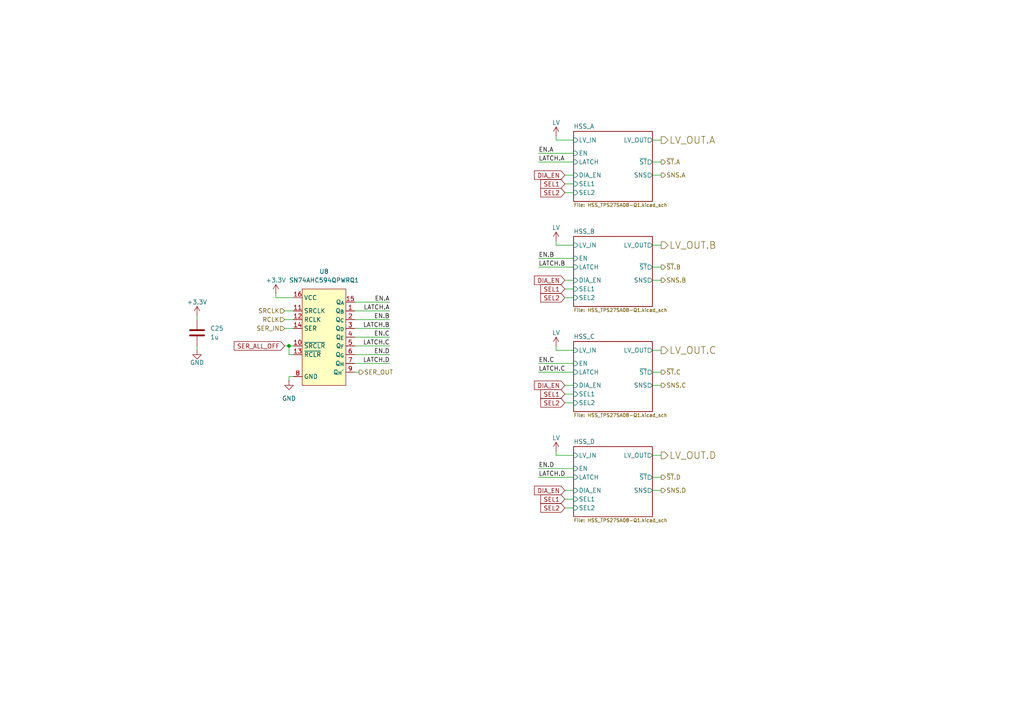
<source format=kicad_sch>
(kicad_sch (version 20250114) (generator "eeschema") (generator_version "9.0")
  (paper "A4")
  (lib_symbols
    (symbol "PowerDistributionUnitCapacitorLib:1u" (pin_numbers (hide yes)) (pin_names (offset 0.254))
      (property "Reference" "C" (at 0.635 2.54 0))
      (property "Value" "1u" (at 0.635 -2.54 0))
      (symbol "1u_0_1"
        (polyline (pts (xy -2.032 0.762) (xy 2.032 0.762)) (stroke (width 0.508)))
        (polyline (pts (xy -2.032 -0.762) (xy 2.032 -0.762)) (stroke (width 0.508)))
      )
      (symbol "1u_1_1"
        (pin passive line (at 0 3.81 270) (length 2.794) (name "~") (number "1"))
        (pin passive line (at 0 -3.81 90) (length 2.794) (name "~") (number "2"))
      )
    )
    (symbol "PowerDistributionUnitLib:SN74AHC594QPWRQ1"
      (property "Reference" "U" (at 0 18.288 0))
      (property "Value" "SN74AHC594QPWRQ1" (at 0 15.748 0))
      (symbol "SN74AHC594QPWRQ1_1_0"
        (pin power_in line (at -8.89 11.43 0) (length 2.54) (name "VCC") (number "16"))
        (pin input line (at -8.89 7.62 0) (length 2.54) (name "SRCLK") (number "11"))
        (pin input line (at -8.89 5.08 0) (length 2.54) (name "RCLK") (number "12"))
        (pin input line (at -8.89 2.54 0) (length 2.54) (name "SER") (number "14"))
        (pin input line (at -8.89 -2.54 0) (length 2.54) (name "~{SRCLR}") (number "10"))
        (pin input line (at -8.89 -5.08 0) (length 2.54) (name "~{RCLR}") (number "13"))
        (pin passive line (at -8.89 -11.43 0) (length 2.54) (name "GND") (number "8"))
        (pin output line (at 8.89 10.16 180) (length 2.54) (name "Q_{A}") (number "15"))
        (pin output line (at 8.89 7.62 180) (length 2.54) (name "Q_{B}") (number "1"))
        (pin output line (at 8.89 5.08 180) (length 2.54) (name "Q_{C}") (number "2"))
        (pin output line (at 8.89 2.54 180) (length 2.54) (name "Q_{D}") (number "3"))
        (pin output line (at 8.89 0 180) (length 2.54) (name "Q_{E}") (number "4"))
        (pin output line (at 8.89 -2.54 180) (length 2.54) (name "Q_{F}") (number "5"))
        (pin output line (at 8.89 -5.08 180) (length 2.54) (name "Q_{G}") (number "6"))
        (pin output line (at 8.89 -7.62 180) (length 2.54) (name "Q_{H}") (number "7"))
        (pin output line (at 8.89 -10.16 180) (length 2.54) (name "Q_{H}'") (number "9"))
      )
      (symbol "SN74AHC594QPWRQ1_1_1"
        (rectangle (start -6.35 13.97) (end 6.35 -13.97) (fill (type background)))
      )
    )
    (symbol "power:+24V" (power) (pin_numbers (hide yes)) (pin_names (offset 0) (hide yes))
      (property "Value" "+24V" (at 0 3.556 0))
      (symbol "+24V_0_1"
        (polyline (pts (xy -0.762 1.27) (xy 0 2.54)))
        (polyline (pts (xy 0 2.54) (xy 0.762 1.27)))
        (polyline (pts (xy 0 0) (xy 0 2.54)))
      )
      (symbol "+24V_1_1"
        (pin power_in line (at 0 0 90) (length 0) (name "~") (number "1"))
      )
    )
    (symbol "power:+3.3V" (power) (pin_numbers (hide yes)) (pin_names (offset 0) (hide yes))
      (property "Value" "+3.3V" (at 0 3.556 0))
      (symbol "+3.3V_0_1"
        (polyline (pts (xy -0.762 1.27) (xy 0 2.54)))
        (polyline (pts (xy 0 2.54) (xy 0.762 1.27)))
        (polyline (pts (xy 0 0) (xy 0 2.54)))
      )
      (symbol "+3.3V_1_1"
        (pin power_in line (at 0 0 90) (length 0) (name "~") (number "1"))
      )
    )
    (symbol "power:GND" (power) (pin_numbers (hide yes)) (pin_names (offset 0) (hide yes))
      (property "Value" "GND" (at 0 -3.81 0))
      (symbol "GND_0_1"
        (polyline (pts (xy 0 0) (xy 0 -1.27) (xy 1.27 -1.27) (xy 0 -2.54) (xy -1.27 -1.27) (xy 0 -1.27)))
      )
      (symbol "GND_1_1"
        (pin power_in line (at 0 0 270) (length 0) (name "~") (number "1"))
      )
    )
  )
  (junction (at 83.82 100.33))
  (wire (pts (xy 189.23 107.95) (xy 191.77 107.95)))
  (wire (pts (xy 156.21 135.89) (xy 166.37 135.89)))
  (wire (pts (xy 80.01 85.09) (xy 80.01 86.36)))
  (wire (pts (xy 189.23 46.99) (xy 191.77 46.99)))
  (wire (pts (xy 163.83 81.28) (xy 166.37 81.28)))
  (wire (pts (xy 156.21 138.43) (xy 166.37 138.43)))
  (wire (pts (xy 189.23 111.76) (xy 191.77 111.76)))
  (wire (pts (xy 163.83 116.84) (xy 166.37 116.84)))
  (wire (pts (xy 161.29 130.81) (xy 161.29 132.08)))
  (wire (pts (xy 163.83 142.24) (xy 166.37 142.24)))
  (wire (pts (xy 161.29 71.12) (xy 166.37 71.12)))
  (wire (pts (xy 189.23 138.43) (xy 191.77 138.43)))
  (wire (pts (xy 163.83 55.88) (xy 166.37 55.88)))
  (wire (pts (xy 82.55 90.17) (xy 85.09 90.17)))
  (wire (pts (xy 189.23 77.47) (xy 191.77 77.47)))
  (wire (pts (xy 57.15 91.44) (xy 57.15 92.71)))
  (wire (pts (xy 82.55 92.71) (xy 85.09 92.71)))
  (wire (pts (xy 189.23 132.08) (xy 191.77 132.08)))
  (wire (pts (xy 161.29 100.33) (xy 161.29 101.6)))
  (wire (pts (xy 113.03 92.71) (xy 102.87 92.71)))
  (wire (pts (xy 82.55 100.33) (xy 83.82 100.33)))
  (wire (pts (xy 161.29 69.85) (xy 161.29 71.12)))
  (wire (pts (xy 85.09 102.87) (xy 83.82 102.87)))
  (wire (pts (xy 161.29 132.08) (xy 166.37 132.08)))
  (wire (pts (xy 156.21 107.95) (xy 166.37 107.95)))
  (wire (pts (xy 113.03 90.17) (xy 102.87 90.17)))
  (wire (pts (xy 102.87 107.95) (xy 104.14 107.95)))
  (wire (pts (xy 82.55 95.25) (xy 85.09 95.25)))
  (wire (pts (xy 163.83 53.34) (xy 166.37 53.34)))
  (wire (pts (xy 189.23 40.64) (xy 191.77 40.64)))
  (wire (pts (xy 113.03 102.87) (xy 102.87 102.87)))
  (wire (pts (xy 83.82 102.87) (xy 83.82 100.33)))
  (wire (pts (xy 57.15 100.33) (xy 57.15 101.6)))
  (wire (pts (xy 83.82 100.33) (xy 85.09 100.33)))
  (wire (pts (xy 163.83 83.82) (xy 166.37 83.82)))
  (wire (pts (xy 113.03 100.33) (xy 102.87 100.33)))
  (wire (pts (xy 156.21 74.93) (xy 166.37 74.93)))
  (wire (pts (xy 189.23 101.6) (xy 191.77 101.6)))
  (wire (pts (xy 161.29 40.64) (xy 166.37 40.64)))
  (wire (pts (xy 163.83 50.8) (xy 166.37 50.8)))
  (wire (pts (xy 161.29 101.6) (xy 166.37 101.6)))
  (wire (pts (xy 189.23 142.24) (xy 191.77 142.24)))
  (wire (pts (xy 189.23 71.12) (xy 191.77 71.12)))
  (wire (pts (xy 156.21 77.47) (xy 166.37 77.47)))
  (wire (pts (xy 83.82 110.49) (xy 83.82 109.22)))
  (wire (pts (xy 113.03 105.41) (xy 102.87 105.41)))
  (wire (pts (xy 163.83 147.32) (xy 166.37 147.32)))
  (wire (pts (xy 163.83 111.76) (xy 166.37 111.76)))
  (wire (pts (xy 163.83 86.36) (xy 166.37 86.36)))
  (wire (pts (xy 80.01 86.36) (xy 85.09 86.36)))
  (wire (pts (xy 161.29 39.37) (xy 161.29 40.64)))
  (wire (pts (xy 189.23 50.8) (xy 191.77 50.8)))
  (wire (pts (xy 163.83 144.78) (xy 166.37 144.78)))
  (wire (pts (xy 156.21 44.45) (xy 166.37 44.45)))
  (wire (pts (xy 83.82 109.22) (xy 85.09 109.22)))
  (wire (pts (xy 113.03 87.63) (xy 102.87 87.63)))
  (wire (pts (xy 113.03 97.79) (xy 102.87 97.79)))
  (wire (pts (xy 189.23 81.28) (xy 191.77 81.28)))
  (wire (pts (xy 156.21 46.99) (xy 166.37 46.99)))
  (wire (pts (xy 113.03 95.25) (xy 102.87 95.25)))
  (wire (pts (xy 163.83 114.3) (xy 166.37 114.3)))
  (wire (pts (xy 156.21 105.41) (xy 166.37 105.41)))
  (label "LATCH.C" (at 156.21 107.95 0))
  (label "LATCH.B" (at 156.21 77.47 0))
  (label "LATCH.C" (at 113.03 100.33 180))
  (label "EN.D" (at 113.03 102.87 180))
  (label "LATCH.D" (at 156.21 138.43 0))
  (label "EN.B" (at 156.21 74.93 0))
  (label "LATCH.B" (at 113.03 95.25 180))
  (label "EN.D" (at 156.21 135.89 0))
  (label "LATCH.A" (at 113.03 90.17 180))
  (label "EN.C" (at 156.21 105.41 0))
  (label "EN.B" (at 113.03 92.71 180))
  (label "LATCH.D" (at 113.03 105.41 180))
  (label "EN.A" (at 113.03 87.63 180))
  (label "LATCH.A" (at 156.21 46.99 0))
  (label "EN.A" (at 156.21 44.45 0))
  (label "EN.C" (at 113.03 97.79 180))
  (global_label "SEL1" (shape input) (at 163.83 114.3 180) (property "Intersheetrefs" "${INTERSHEET_REFS}" (effects (hide yes))))
  (global_label "SEL1" (shape input) (at 163.83 83.82 180) (property "Intersheetrefs" "${INTERSHEET_REFS}" (effects (hide yes))))
  (global_label "SEL1" (shape input) (at 163.83 144.78 180) (property "Intersheetrefs" "${INTERSHEET_REFS}" (effects (hide yes))))
  (global_label "SEL2" (shape input) (at 163.83 86.36 180) (property "Intersheetrefs" "${INTERSHEET_REFS}" (effects (hide yes))))
  (global_label "SEL2" (shape input) (at 163.83 116.84 180) (property "Intersheetrefs" "${INTERSHEET_REFS}" (effects (hide yes))))
  (global_label "SEL2" (shape input) (at 163.83 147.32 180) (property "Intersheetrefs" "${INTERSHEET_REFS}" (effects (hide yes))))
  (global_label "DIA_EN" (shape input) (at 163.83 111.76 180) (property "Intersheetrefs" "${INTERSHEET_REFS}" (effects (hide yes))))
  (global_label "SEL1" (shape input) (at 163.83 53.34 180) (property "Intersheetrefs" "${INTERSHEET_REFS}" (effects (hide yes))))
  (global_label "DIA_EN" (shape input) (at 163.83 50.8 180) (property "Intersheetrefs" "${INTERSHEET_REFS}" (effects (hide yes))))
  (global_label "SER_ALL_OFF" (shape input) (at 82.55 100.33 180) (property "Intersheetrefs" "${INTERSHEET_REFS}" (effects (hide yes))))
  (global_label "DIA_EN" (shape input) (at 163.83 81.28 180) (property "Intersheetrefs" "${INTERSHEET_REFS}" (effects (hide yes))))
  (global_label "SEL2" (shape input) (at 163.83 55.88 180) (property "Intersheetrefs" "${INTERSHEET_REFS}" (effects (hide yes))))
  (global_label "DIA_EN" (shape input) (at 163.83 142.24 180) (property "Intersheetrefs" "${INTERSHEET_REFS}" (effects (hide yes))))
  (hierarchical_label "SNS.B" (shape output) (at 191.77 81.28 0))
  (hierarchical_label "LV_OUT.A" (shape output) (at 191.77 40.64 0) (effects (font (size 2 2))))
  (hierarchical_label "SER_OUT" (shape output) (at 104.14 107.95 0))
  (hierarchical_label "SRCLK" (shape input) (at 82.55 90.17 180))
  (hierarchical_label "~{ST}.C" (shape output) (at 191.77 107.95 0))
  (hierarchical_label "LV_OUT.D" (shape output) (at 191.77 132.08 0) (effects (font (size 2 2))))
  (hierarchical_label "SER_IN" (shape input) (at 82.55 95.25 180))
  (hierarchical_label "SNS.D" (shape output) (at 191.77 142.24 0))
  (hierarchical_label "~{ST}.A" (shape output) (at 191.77 46.99 0))
  (hierarchical_label "~{ST}.B" (shape output) (at 191.77 77.47 0))
  (hierarchical_label "LV_OUT.B" (shape output) (at 191.77 71.12 0) (effects (font (size 2 2))))
  (hierarchical_label "~{ST}.D" (shape output) (at 191.77 138.43 0))
  (hierarchical_label "RCLK" (shape input) (at 82.55 92.71 180))
  (hierarchical_label "SNS.A" (shape output) (at 191.77 50.8 0))
  (hierarchical_label "SNS.C" (shape output) (at 191.77 111.76 0))
  (hierarchical_label "LV_OUT.C" (shape output) (at 191.77 101.6 0) (effects (font (size 2 2))))
  (symbol (lib_id "power:+3.3V") (at 80.01 85.09 0) (unit 1)
    (property "Reference" "#PWR0136" (effects (hide yes)))
    (property "Value" "+3.3V" (at 80.01 81.28 0))
    (property "Description" "Power symbol creates a global label with name \"+3.3V\"" (effects (hide yes)))
    (instances (project "PowerDistributionUnit_Mk1" (path "" (reference "#PWR0136") (unit 1)) (path "" (reference "#PWR0171") (unit 1)) (path "" (reference "#PWR0128") (unit 1)) (path "" (reference "#PWR0126") (unit 1))))
  )
  (symbol (lib_id "power:+24V") (at 161.29 100.33 0) (unit 1)
    (property "Reference" "#PWR0140" (effects (hide yes)))
    (property "Value" "LV" (at 161.29 96.52 0))
    (property "Description" "Power symbol creates a global label with name \"+24V\"" (effects (hide yes)))
    (instances (project "PowerDistributionUnit_Mk1" (path "" (reference "#PWR0140") (unit 1)) (path "" (reference "#PWR0215") (unit 1)) (path "" (reference "#PWR0132") (unit 1)) (path "" (reference "#PWR0103") (unit 1))))
  )
  (symbol (lib_id "power:GND") (at 57.15 101.6 0) (unit 1)
    (property "Reference" "#PWR0135" (effects (hide yes)))
    (property "Value" "GND" (at 57.15 105.156 0))
    (property "Description" "Power symbol creates a global label with name \"GND\" , ground" (effects (hide yes)))
    (instances (project "PowerDistributionUnit_Mk1" (path "" (reference "#PWR0135") (unit 1)) (path "" (reference "#PWR0170") (unit 1)) (path "" (reference "#PWR0127") (unit 1)) (path "" (reference "#PWR0168") (unit 1))))
  )
  (symbol (lib_id "PowerDistributionUnitLib:SN74AHC594QPWRQ1") (at 93.98 97.79 0) (unit 1)
    (property "Reference" "U8" (at 93.98 78.74 0))
    (property "Value" "SN74AHC594QPWRQ1" (at 93.98 81.28 0))
    (property "Footprint" "Package_SO:TSSOP-16_4.4x5mm_P0.65mm" (effects (hide yes)))
    (property "Datasheet" "kicad-embed://sn74ahc594-q1.pdf" (effects (hide yes)))
    (property "P/N" "SN74AHC594QPWRQ1" (effects (hide yes)))
    (property "Mouser P/N" "595-SN74AHC594QPWRQ1" (effects (hide yes)))
    (property "Digikey P/N" "296-SN74AHC594QPWRQ1CT-ND" (effects (hide yes)))
    (instances (project "PowerDistributionUnit_Mk1" (path "" (reference "U8") (unit 1)) (path "" (reference "U10") (unit 1)) (path "" (reference "U7") (unit 1))))
  )
  (symbol (lib_id "power:GND") (at 83.82 110.49 0) (unit 1)
    (property "Reference" "#PWR0137" (effects (hide yes)))
    (property "Value" "GND" (at 83.82 115.57 0))
    (property "Description" "Power symbol creates a global label with name \"GND\" , ground" (effects (hide yes)))
    (instances (project "PowerDistributionUnit_Mk1" (path "" (reference "#PWR0137") (unit 1)) (path "" (reference "#PWR0172") (unit 1)) (path "" (reference "#PWR0129") (unit 1))))
  )
  (symbol (lib_id "PowerDistributionUnitCapacitorLib:1u") (at 57.15 96.52 0) (unit 1)
    (property "Reference" "C25" (at 60.96 95.2499 0) (effects (justify left)))
    (property "Value" "1u" (at 60.96 97.7899 0) (effects (justify left)))
    (property "Footprint" "Capacitor_SMD:C_0603_1608Metric" (effects (hide yes)))
    (property "Datasheet" "kicad-embed://MLR01_e.pdf" (effects (hide yes)))
    (property "Description" "Unpolarized capacitor" (effects (hide yes)))
    (property "P/N" "MLASU168SB5105KTNA01" (effects (hide yes)))
    (property "Mouser P/N" "963-MLASU168SB5105KT" (effects (hide yes)))
    (instances (project "PowerDistributionUnit_Mk1" (path "" (reference "C25") (unit 1)) (path "" (reference "C41") (unit 1)) (path "" (reference "C24") (unit 1))))
  )
  (symbol (lib_id "power:+24V") (at 161.29 69.85 0) (unit 1)
    (property "Reference" "#PWR0139" (effects (hide yes)))
    (property "Value" "LV" (at 161.29 66.04 0))
    (property "Description" "Power symbol creates a global label with name \"+24V\"" (effects (hide yes)))
    (instances (project "PowerDistributionUnit_Mk1" (path "" (reference "#PWR0139") (unit 1)) (path "" (reference "#PWR0214") (unit 1)) (path "" (reference "#PWR0131") (unit 1)) (path "" (reference "#PWR082") (unit 1))))
  )
  (symbol (lib_id "power:+24V") (at 161.29 39.37 0) (unit 1)
    (property "Reference" "#PWR0138" (effects (hide yes)))
    (property "Value" "LV" (at 161.29 35.56 0))
    (property "Description" "Power symbol creates a global label with name \"+24V\"" (effects (hide yes)))
    (instances (project "PowerDistributionUnit_Mk1" (path "" (reference "#PWR0138") (unit 1)) (path "" (reference "#PWR0213") (unit 1)) (path "" (reference "#PWR0130") (unit 1)) (path "" (reference "#PWR081") (unit 1))))
  )
  (symbol (lib_id "power:+3.3V") (at 57.15 91.44 0) (unit 1)
    (property "Reference" "#PWR0134" (effects (hide yes)))
    (property "Value" "+3.3V" (at 57.15 87.63 0))
    (property "Description" "Power symbol creates a global label with name \"+3.3V\"" (effects (hide yes)))
    (instances (project "PowerDistributionUnit_Mk1" (path "" (reference "#PWR0134") (unit 1)) (path "" (reference "#PWR0169") (unit 1)) (path "" (reference "#PWR0125") (unit 1)) (path "" (reference "#PWR0167") (unit 1))))
  )
  (symbol (lib_id "power:+24V") (at 161.29 130.81 0) (unit 1)
    (property "Reference" "#PWR0141" (effects (hide yes)))
    (property "Value" "LV" (at 161.29 127 0))
    (property "Description" "Power symbol creates a global label with name \"+24V\"" (effects (hide yes)))
    (instances (project "PowerDistributionUnit_Mk1" (path "" (reference "#PWR0141") (unit 1)) (path "" (reference "#PWR0216") (unit 1)) (path "" (reference "#PWR0133") (unit 1)) (path "" (reference "#PWR0104") (unit 1))))
  )
  (sheet (at 166.37 99.06) (size 22.86 20.32) (stroke (width 0.1524))
    (property "Sheetname" "HSS_C" (at 166.37 98.3484 0) (effects (justify left bottom)))
    (property "Sheetfile" "HSS_TPS27SA08-Q1.kicad_sch" (at 166.37 119.8566 0) (effects (font (size 1 1)) (justify left top)))
    (pin "DIA_EN" input (at 166.37 111.76 180))
    (pin "EN" input (at 166.37 105.41 180))
    (pin "LATCH" input (at 166.37 107.95 180))
    (pin "LV_IN" input (at 166.37 101.6 180))
    (pin "LV_OUT" output (at 189.23 101.6 0))
    (pin "SEL1" input (at 166.37 114.3 180))
    (pin "SEL2" input (at 166.37 116.84 180))
    (pin "SNS" output (at 189.23 111.76 0))
    (pin "~{ST}" output (at 189.23 107.95 0))
  )
  (sheet (at 166.37 129.54) (size 22.86 20.32) (stroke (width 0.1524))
    (property "Sheetname" "HSS_D" (at 166.37 128.8284 0) (effects (justify left bottom)))
    (property "Sheetfile" "HSS_TPS27SA08-Q1.kicad_sch" (at 166.37 150.3366 0) (effects (font (size 1 1)) (justify left top)))
    (pin "DIA_EN" input (at 166.37 142.24 180))
    (pin "EN" input (at 166.37 135.89 180))
    (pin "LATCH" input (at 166.37 138.43 180))
    (pin "LV_IN" input (at 166.37 132.08 180))
    (pin "LV_OUT" output (at 189.23 132.08 0))
    (pin "SEL1" input (at 166.37 144.78 180))
    (pin "SEL2" input (at 166.37 147.32 180))
    (pin "SNS" output (at 189.23 142.24 0))
    (pin "~{ST}" output (at 189.23 138.43 0))
  )
  (sheet (at 166.37 68.58) (size 22.86 20.32) (stroke (width 0.1524))
    (property "Sheetname" "HSS_B" (at 166.37 67.8684 0) (effects (justify left bottom)))
    (property "Sheetfile" "HSS_TPS27SA08-Q1.kicad_sch" (at 166.37 89.3766 0) (effects (font (size 1 1)) (justify left top)))
    (pin "DIA_EN" input (at 166.37 81.28 180))
    (pin "EN" input (at 166.37 74.93 180))
    (pin "LATCH" input (at 166.37 77.47 180))
    (pin "LV_IN" input (at 166.37 71.12 180))
    (pin "LV_OUT" output (at 189.23 71.12 0))
    (pin "SEL1" input (at 166.37 83.82 180))
    (pin "SEL2" input (at 166.37 86.36 180))
    (pin "SNS" output (at 189.23 81.28 0))
    (pin "~{ST}" output (at 189.23 77.47 0))
  )
  (sheet (at 166.37 38.1) (size 22.86 20.32) (stroke (width 0.1524))
    (property "Sheetname" "HSS_A" (at 166.37 37.3884 0) (effects (justify left bottom)))
    (property "Sheetfile" "HSS_TPS27SA08-Q1.kicad_sch" (at 166.37 58.8966 0) (effects (font (size 1 1)) (justify left top)))
    (pin "DIA_EN" input (at 166.37 50.8 180))
    (pin "EN" input (at 166.37 44.45 180))
    (pin "LATCH" input (at 166.37 46.99 180))
    (pin "LV_IN" input (at 166.37 40.64 180))
    (pin "LV_OUT" output (at 189.23 40.64 0))
    (pin "SEL1" input (at 166.37 53.34 180))
    (pin "SEL2" input (at 166.37 55.88 180))
    (pin "SNS" output (at 189.23 50.8 0))
    (pin "~{ST}" output (at 189.23 46.99 0))
  )
)
</source>
